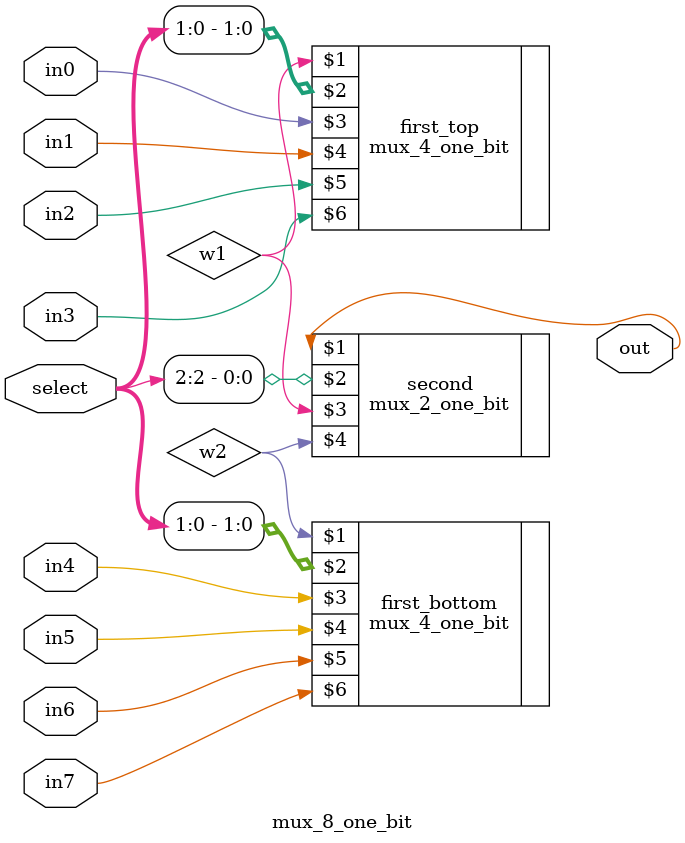
<source format=v>
module mux_8_one_bit(out, select, in0, in1, in2, in3, in4, in5, in6, in7);
    input [2:0] select;
    input in0, in1, in2, in3, in4, in5, in6, in7;

    output out;

    wire w1, w2;

    mux_4_one_bit first_top(w1, select[1:0], in0, in1, in2, in3);
    mux_4_one_bit first_bottom(w2, select[1:0], in4, in5, in6, in7);
    mux_2_one_bit second(out, select[2], w1, w2);

endmodule
</source>
